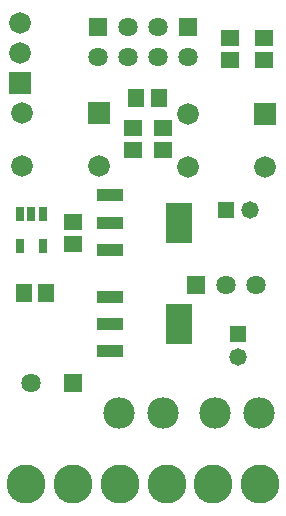
<source format=gts>
G04 DipTrace 2.4.0.2*
%INESPixelStick.GTS*%
%MOIN*%
%ADD44R,0.0287X0.0483*%
%ADD46R,0.0897X0.133*%
%ADD48R,0.0897X0.0424*%
%ADD50R,0.0562X0.0641*%
%ADD52C,0.072*%
%ADD54R,0.072X0.072*%
%ADD56C,0.13*%
%ADD58C,0.105*%
%ADD60R,0.0641X0.0562*%
%ADD62C,0.0582*%
%ADD64R,0.0582X0.0582*%
%ADD66C,0.0641*%
%ADD68R,0.0641X0.0641*%
%FSLAX44Y44*%
G04*
G70*
G90*
G75*
G01*
%LNTopMask*%
%LPD*%
D68*
X6315Y10562D3*
D66*
X4937D3*
D64*
X11831Y12206D3*
D62*
Y11418D3*
D64*
X11437Y16312D3*
D62*
X12224D3*
D60*
X6313Y15188D3*
Y15936D3*
X11562Y22062D3*
Y21314D3*
D58*
X9312Y9562D3*
X11072D3*
X7872D3*
X12512D3*
D68*
X10437Y13812D3*
D66*
X11437D3*
X12437D3*
X7161Y21437D3*
D68*
Y22437D3*
D66*
X8161Y21437D3*
Y22437D3*
X9161Y21437D3*
Y22437D3*
X10161Y21437D3*
D68*
Y22437D3*
D56*
X12562Y7187D3*
X11003D3*
X9444D3*
X7885D3*
X6326D3*
X4767D3*
D54*
X4562Y20562D3*
D52*
Y21562D3*
Y22562D3*
D60*
X12686Y21313D3*
Y22061D3*
D50*
X5437Y13562D3*
X4689D3*
X8437Y20062D3*
X9185D3*
D60*
X8312Y19060D3*
Y18312D3*
X9312D3*
Y19060D3*
D54*
X12727Y19543D3*
D52*
Y17772D3*
X10168D3*
Y19543D3*
D54*
X7187Y19562D3*
D52*
Y17790D3*
X4628D3*
Y19562D3*
D48*
X7562Y13437D3*
Y12531D3*
Y11626D3*
D46*
X9845Y12531D3*
D48*
X7562Y16812D3*
Y15906D3*
Y15001D3*
D46*
X9845Y15906D3*
D44*
X5312Y16187D3*
X4938D3*
X4564D3*
Y15124D3*
X5312D3*
M02*

</source>
